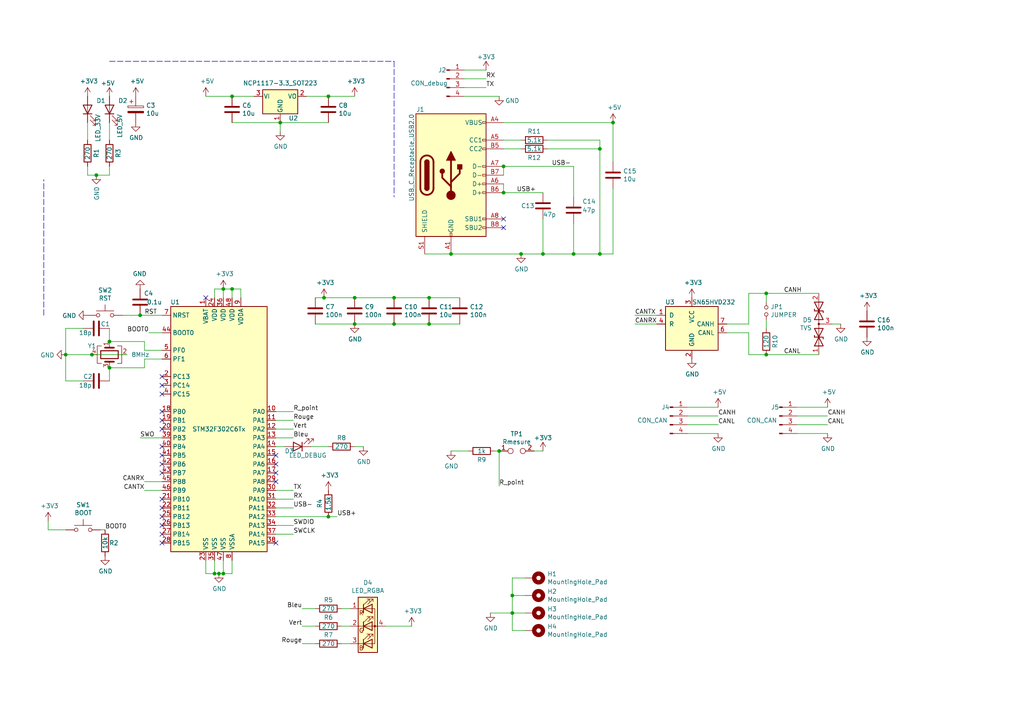
<source format=kicad_sch>
(kicad_sch (version 20211123) (generator eeschema)
  (paper "A4")
  (lib_symbols
    (symbol "Connector:Conn_01x04_Male" (pin_names (offset 1.016) hide)
      (property "Reference" "J" (at 0 5.08 0))
      (property "Value" "Conn_01x04_Male" (at 0 -7.62 0))
      (symbol "Conn_01x04_Male_1_1"
        (polyline (pts (xy 1.27 -5.08) (xy 0.8636 -5.08)) (stroke (width 0.1524)))
        (polyline (pts (xy 1.27 -2.54) (xy 0.8636 -2.54)) (stroke (width 0.1524)))
        (polyline (pts (xy 1.27 0) (xy 0.8636 0)) (stroke (width 0.1524)))
        (polyline (pts (xy 1.27 2.54) (xy 0.8636 2.54)) (stroke (width 0.1524)))
        (rectangle (start 0.8636 -4.953) (end 0 -5.207) (stroke (width 0.1524)) (fill (type outline)))
        (rectangle (start 0.8636 -2.413) (end 0 -2.667) (stroke (width 0.1524)) (fill (type outline)))
        (rectangle (start 0.8636 0.127) (end 0 -0.127) (stroke (width 0.1524)) (fill (type outline)))
        (rectangle (start 0.8636 2.667) (end 0 2.413) (stroke (width 0.1524)) (fill (type outline)))
        (pin passive line (at 5.08 2.54 180) (length 3.81) (name "Pin_1") (number "1"))
        (pin passive line (at 5.08 0 180) (length 3.81) (name "Pin_2") (number "2"))
        (pin passive line (at 5.08 -2.54 180) (length 3.81) (name "Pin_3") (number "3"))
        (pin passive line (at 5.08 -5.08 180) (length 3.81) (name "Pin_4") (number "4"))
      )
    )
    (symbol "Connector:TestPoint_2Pole" (pin_names (offset 0.762) hide)
      (property "Reference" "TP" (at 0 1.524 0))
      (property "Value" "TestPoint_2Pole" (at 0 -1.778 0))
      (symbol "TestPoint_2Pole_0_1"
        (circle (center -1.778 0) (radius 0.762))
        (circle (center 1.778 0) (radius 0.762))
        (pin passive line (at -5.08 0 0) (length 2.54) (name "1") (number "1"))
        (pin passive line (at 5.08 0 180) (length 2.54) (name "2") (number "2"))
      )
    )
    (symbol "Device:C" (pin_numbers hide) (pin_names (offset 0.254))
      (property "Reference" "C" (at 0.635 2.54 0))
      (property "Value" "C" (at 0.635 -2.54 0))
      (symbol "C_0_1"
        (polyline (pts (xy -2.032 -0.762) (xy 2.032 -0.762)) (stroke (width 0.508)))
        (polyline (pts (xy -2.032 0.762) (xy 2.032 0.762)) (stroke (width 0.508)))
      )
      (symbol "C_1_1"
        (pin passive line (at 0 3.81 270) (length 2.794) (name "~") (number "1"))
        (pin passive line (at 0 -3.81 90) (length 2.794) (name "~") (number "2"))
      )
    )
    (symbol "Device:CP" (pin_numbers hide) (pin_names (offset 0.254))
      (property "Reference" "C" (at 0.635 2.54 0))
      (property "Value" "Device_CP" (at 0.635 -2.54 0))
      (symbol "CP_0_1"
        (rectangle (start -2.286 0.508) (end 2.286 1.016))
        (polyline (pts (xy -1.778 2.286) (xy -0.762 2.286)))
        (polyline (pts (xy -1.27 2.794) (xy -1.27 1.778)))
        (rectangle (start 2.286 -0.508) (end -2.286 -1.016) (fill (type outline)))
      )
      (symbol "CP_1_1"
        (pin passive line (at 0 3.81 270) (length 2.794) (name "~") (number "1"))
        (pin passive line (at 0 -3.81 90) (length 2.794) (name "~") (number "2"))
      )
    )
    (symbol "Device:Crystal_GND24" (pin_names (offset 1.016) hide)
      (property "Reference" "Y" (at 3.175 5.08 0))
      (property "Value" "Crystal_GND24" (at 3.175 3.175 0))
      (symbol "Crystal_GND24_0_1"
        (rectangle (start -1.143 2.54) (end 1.143 -2.54) (stroke (width 0.3048)))
        (polyline (pts (xy -2.54 0) (xy -2.032 0)))
        (polyline (pts (xy -2.032 -1.27) (xy -2.032 1.27)) (stroke (width 0.508)))
        (polyline (pts (xy 0 -3.81) (xy 0 -3.556)))
        (polyline (pts (xy 0 3.556) (xy 0 3.81)))
        (polyline (pts (xy 2.032 -1.27) (xy 2.032 1.27)) (stroke (width 0.508)))
        (polyline (pts (xy 2.032 0) (xy 2.54 0)))
        (polyline (pts (xy -2.54 -2.286) (xy -2.54 -3.556) (xy 2.54 -3.556) (xy 2.54 -2.286)))
        (polyline (pts (xy -2.54 2.286) (xy -2.54 3.556) (xy 2.54 3.556) (xy 2.54 2.286)))
      )
      (symbol "Crystal_GND24_1_1"
        (pin passive line (at -3.81 0 0) (length 1.27) (name "1") (number "1"))
        (pin passive line (at 0 5.08 270) (length 1.27) (name "2") (number "2"))
        (pin passive line (at 3.81 0 180) (length 1.27) (name "3") (number "3"))
        (pin passive line (at 0 -5.08 90) (length 1.27) (name "4") (number "4"))
      )
    )
    (symbol "Device:D_TVS_x2_AAC" (pin_names (offset 1.016) hide)
      (property "Reference" "D" (at 0 4.445 0))
      (property "Value" "Device_D_TVS_x2_AAC" (at 0 2.54 0))
      (symbol "D_TVS_x2_AAC_0_0"
        (polyline (pts (xy 0 -1.27) (xy 0 0)))
      )
      (symbol "D_TVS_x2_AAC_0_1"
        (polyline (pts (xy -6.35 0) (xy 6.35 0)))
        (polyline (pts (xy -3.302 1.27) (xy -3.81 1.27) (xy -3.81 -1.27) (xy -4.318 -1.27)) (stroke (width 0.254)))
        (polyline (pts (xy 4.318 1.27) (xy 3.81 1.27) (xy 3.81 -1.27) (xy 3.302 -1.27)) (stroke (width 0.254)))
        (polyline (pts (xy -6.35 1.27) (xy -1.27 -1.27) (xy -1.27 1.27) (xy -6.35 -1.27) (xy -6.35 1.27)) (stroke (width 0.254)))
        (polyline (pts (xy 6.35 1.27) (xy 1.27 -1.27) (xy 1.27 1.27) (xy 6.35 -1.27) (xy 6.35 1.27)) (stroke (width 0.254)))
        (circle (center 0 0) (radius 0.254) (fill (type outline)))
      )
      (symbol "D_TVS_x2_AAC_1_1"
        (pin passive line (at -8.89 0 0) (length 2.54) (name "A1") (number "1"))
        (pin passive line (at 8.89 0 180) (length 2.54) (name "A2") (number "2"))
        (pin input line (at 0 -3.81 90) (length 2.54) (name "common") (number "3"))
      )
    )
    (symbol "Device:Jumper_NO_Small" (pin_numbers hide) (pin_names (offset 0.762) hide)
      (property "Reference" "JP" (at 0 2.032 0))
      (property "Value" "Device_Jumper_NO_Small" (at 0.254 -1.524 0))
      (symbol "Jumper_NO_Small_0_1"
        (circle (center -1.016 0) (radius 0.508))
        (circle (center 1.016 0) (radius 0.508))
        (pin passive line (at -2.54 0 0) (length 1.016) (name "1") (number "1"))
        (pin passive line (at 2.54 0 180) (length 1.016) (name "2") (number "2"))
      )
    )
    (symbol "Device:LED" (pin_numbers hide) (pin_names (offset 1.016) hide)
      (property "Reference" "D" (at 0 2.54 0))
      (property "Value" "LED" (at 0 -2.54 0))
      (symbol "LED_0_1"
        (polyline (pts (xy -1.27 -1.27) (xy -1.27 1.27)) (stroke (width 0.254)))
        (polyline (pts (xy -1.27 0) (xy 1.27 0)))
        (polyline (pts (xy 1.27 -1.27) (xy 1.27 1.27) (xy -1.27 0) (xy 1.27 -1.27)) (stroke (width 0.254)))
        (polyline (pts (xy -3.048 -0.762) (xy -4.572 -2.286) (xy -3.81 -2.286) (xy -4.572 -2.286) (xy -4.572 -1.524)))
        (polyline (pts (xy -1.778 -0.762) (xy -3.302 -2.286) (xy -2.54 -2.286) (xy -3.302 -2.286) (xy -3.302 -1.524)))
      )
      (symbol "LED_1_1"
        (pin passive line (at -3.81 0 0) (length 2.54) (name "K") (number "1"))
        (pin passive line (at 3.81 0 180) (length 2.54) (name "A") (number "2"))
      )
    )
    (symbol "Device:LED_RGBA" (pin_names (offset 0) hide)
      (property "Reference" "D" (at 0 9.398 0))
      (property "Value" "LED_RGBA" (at 0 -8.89 0))
      (symbol "LED_RGBA_0_0"
        (text "B" (at -1.905 -6.35 0) (effects (font (size 1.27 1.27))))
        (text "G" (at -1.905 -1.27 0) (effects (font (size 1.27 1.27))))
        (text "R" (at -1.905 3.81 0) (effects (font (size 1.27 1.27))))
      )
      (symbol "LED_RGBA_0_1"
        (polyline (pts (xy -1.27 -5.08) (xy -2.54 -5.08)))
        (polyline (pts (xy -1.27 -5.08) (xy 1.27 -5.08)))
        (polyline (pts (xy -1.27 -3.81) (xy -1.27 -6.35)) (stroke (width 0.254)))
        (polyline (pts (xy -1.27 0) (xy -2.54 0)))
        (polyline (pts (xy -1.27 1.27) (xy -1.27 -1.27)) (stroke (width 0.254)))
        (polyline (pts (xy -1.27 5.08) (xy -2.54 5.08)))
        (polyline (pts (xy -1.27 5.08) (xy 1.27 5.08)))
        (polyline (pts (xy -1.27 6.35) (xy -1.27 3.81)) (stroke (width 0.254)))
        (polyline (pts (xy 1.27 0) (xy -1.27 0)))
        (polyline (pts (xy 1.27 0) (xy 2.54 0)))
        (polyline (pts (xy -1.27 1.27) (xy -1.27 -1.27) (xy -1.27 -1.27)))
        (polyline (pts (xy -1.27 6.35) (xy -1.27 3.81) (xy -1.27 3.81)))
        (polyline (pts (xy 1.27 -5.08) (xy 2.032 -5.08) (xy 2.032 5.08) (xy 1.27 5.08)))
        (polyline (pts (xy 1.27 -3.81) (xy 1.27 -6.35) (xy -1.27 -5.08) (xy 1.27 -3.81)) (stroke (width 0.254)))
        (polyline (pts (xy 1.27 1.27) (xy 1.27 -1.27) (xy -1.27 0) (xy 1.27 1.27)) (stroke (width 0.254)))
        (polyline (pts (xy 1.27 6.35) (xy 1.27 3.81) (xy -1.27 5.08) (xy 1.27 6.35)) (stroke (width 0.254)))
        (polyline (pts (xy -1.016 -3.81) (xy 0.508 -2.286) (xy -0.254 -2.286) (xy 0.508 -2.286) (xy 0.508 -3.048)))
        (polyline (pts (xy -1.016 1.27) (xy 0.508 2.794) (xy -0.254 2.794) (xy 0.508 2.794) (xy 0.508 2.032)))
        (polyline (pts (xy -1.016 6.35) (xy 0.508 7.874) (xy -0.254 7.874) (xy 0.508 7.874) (xy 0.508 7.112)))
        (polyline (pts (xy 0 -3.81) (xy 1.524 -2.286) (xy 0.762 -2.286) (xy 1.524 -2.286) (xy 1.524 -3.048)))
        (polyline (pts (xy 0 1.27) (xy 1.524 2.794) (xy 0.762 2.794) (xy 1.524 2.794) (xy 1.524 2.032)))
        (polyline (pts (xy 0 6.35) (xy 1.524 7.874) (xy 0.762 7.874) (xy 1.524 7.874) (xy 1.524 7.112)))
        (rectangle (start 1.27 -1.27) (end 1.27 1.27))
        (rectangle (start 1.27 1.27) (end 1.27 1.27))
        (rectangle (start 1.27 3.81) (end 1.27 6.35))
        (rectangle (start 1.27 6.35) (end 1.27 6.35))
        (circle (center 2.032 0) (radius 0.254) (fill (type outline)))
        (rectangle (start 2.794 8.382) (end -2.794 -7.62) (stroke (width 0.254)) (fill (type background)))
      )
      (symbol "LED_RGBA_1_1"
        (pin passive line (at -5.08 5.08 0) (length 2.54) (name "RK") (number "1"))
        (pin passive line (at -5.08 0 0) (length 2.54) (name "GK") (number "2"))
        (pin passive line (at -5.08 -5.08 0) (length 2.54) (name "BK") (number "3"))
        (pin passive line (at 5.08 0 180) (length 2.54) (name "A") (number "4"))
      )
    )
    (symbol "Device:R" (pin_numbers hide) (pin_names (offset 0))
      (property "Reference" "R" (at 2.032 0 90))
      (property "Value" "R" (at 0 0 90))
      (symbol "R_0_1"
        (rectangle (start -1.016 -2.54) (end 1.016 2.54) (stroke (width 0.254)))
      )
      (symbol "R_1_1"
        (pin passive line (at 0 3.81 270) (length 1.27) (name "~") (number "1"))
        (pin passive line (at 0 -3.81 90) (length 1.27) (name "~") (number "2"))
      )
    )
    (symbol "Interface_CAN_LIN:SN65HVD232" (pin_names (offset 1.016))
      (property "Reference" "U" (at -2.54 10.16 0))
      (property "Value" "SN65HVD232" (at -2.54 7.62 0))
      (symbol "SN65HVD232_0_1"
        (rectangle (start -7.62 5.08) (end 7.62 -7.62) (stroke (width 0.254)) (fill (type background)))
      )
      (symbol "SN65HVD232_1_1"
        (pin input line (at -10.16 2.54 0) (length 2.54) (name "D") (number "1"))
        (pin power_in line (at 0 -10.16 90) (length 2.54) (name "GND") (number "2"))
        (pin power_in line (at 0 7.62 270) (length 2.54) (name "VCC") (number "3"))
        (pin output line (at -10.16 0 0) (length 2.54) (name "R") (number "4"))
        (pin no_connect line (at -10.16 -2.54 0) (length 2.54) hide (name "NC") (number "5"))
        (pin bidirectional line (at 10.16 -2.54 180) (length 2.54) (name "CANL") (number "6"))
        (pin bidirectional line (at 10.16 0 180) (length 2.54) (name "CANH") (number "7"))
        (pin no_connect line (at -10.16 -5.08 0) (length 2.54) hide (name "NC") (number "8"))
      )
    )
    (symbol "MCU_ST_STM32F3:STM32F302C6Tx"
      (property "Reference" "U" (at -15.24 36.83 0))
      (property "Value" "STM32F302C6Tx" (at 7.62 36.83 0))
      (symbol "STM32F302C6Tx_0_1"
        (rectangle (start -15.24 -35.56) (end 12.7 35.56) (stroke (width 0.254)) (fill (type background)))
      )
      (symbol "STM32F302C6Tx_1_1"
        (pin power_in line (at -5.08 38.1 270) (length 2.54) (name "VBAT") (number "1"))
        (pin bidirectional line (at 15.24 5.08 180) (length 2.54) (name "PA0") (number "10"))
        (pin bidirectional line (at 15.24 2.54 180) (length 2.54) (name "PA1") (number "11"))
        (pin bidirectional line (at 15.24 0 180) (length 2.54) (name "PA2") (number "12"))
        (pin bidirectional line (at 15.24 -2.54 180) (length 2.54) (name "PA3") (number "13"))
        (pin bidirectional line (at 15.24 -5.08 180) (length 2.54) (name "PA4") (number "14"))
        (pin bidirectional line (at 15.24 -7.62 180) (length 2.54) (name "PA5") (number "15"))
        (pin bidirectional line (at 15.24 -10.16 180) (length 2.54) (name "PA6") (number "16"))
        (pin bidirectional line (at 15.24 -12.7 180) (length 2.54) (name "PA7") (number "17"))
        (pin bidirectional line (at -17.78 5.08 0) (length 2.54) (name "PB0") (number "18"))
        (pin bidirectional line (at -17.78 2.54 0) (length 2.54) (name "PB1") (number "19"))
        (pin bidirectional line (at -17.78 15.24 0) (length 2.54) (name "PC13") (number "2"))
        (pin bidirectional line (at -17.78 0 0) (length 2.54) (name "PB2") (number "20"))
        (pin bidirectional line (at -17.78 -20.32 0) (length 2.54) (name "PB10") (number "21"))
        (pin bidirectional line (at -17.78 -22.86 0) (length 2.54) (name "PB11") (number "22"))
        (pin power_in line (at -5.08 -38.1 90) (length 2.54) (name "VSS") (number "23"))
        (pin power_in line (at -2.54 38.1 270) (length 2.54) (name "VDD") (number "24"))
        (pin bidirectional line (at -17.78 -25.4 0) (length 2.54) (name "PB12") (number "25"))
        (pin bidirectional line (at -17.78 -27.94 0) (length 2.54) (name "PB13") (number "26"))
        (pin bidirectional line (at -17.78 -30.48 0) (length 2.54) (name "PB14") (number "27"))
        (pin bidirectional line (at -17.78 -33.02 0) (length 2.54) (name "PB15") (number "28"))
        (pin bidirectional line (at 15.24 -15.24 180) (length 2.54) (name "PA8") (number "29"))
        (pin bidirectional line (at -17.78 12.7 0) (length 2.54) (name "PC14") (number "3"))
        (pin bidirectional line (at 15.24 -17.78 180) (length 2.54) (name "PA9") (number "30"))
        (pin bidirectional line (at 15.24 -20.32 180) (length 2.54) (name "PA10") (number "31"))
        (pin bidirectional line (at 15.24 -22.86 180) (length 2.54) (name "PA11") (number "32"))
        (pin bidirectional line (at 15.24 -25.4 180) (length 2.54) (name "PA12") (number "33"))
        (pin bidirectional line (at 15.24 -27.94 180) (length 2.54) (name "PA13") (number "34"))
        (pin power_in line (at -2.54 -38.1 90) (length 2.54) (name "VSS") (number "35"))
        (pin power_in line (at 0 38.1 270) (length 2.54) (name "VDD") (number "36"))
        (pin bidirectional line (at 15.24 -30.48 180) (length 2.54) (name "PA14") (number "37"))
        (pin bidirectional line (at 15.24 -33.02 180) (length 2.54) (name "PA15") (number "38"))
        (pin bidirectional line (at -17.78 -2.54 0) (length 2.54) (name "PB3") (number "39"))
        (pin bidirectional line (at -17.78 10.16 0) (length 2.54) (name "PC15") (number "4"))
        (pin bidirectional line (at -17.78 -5.08 0) (length 2.54) (name "PB4") (number "40"))
        (pin bidirectional line (at -17.78 -7.62 0) (length 2.54) (name "PB5") (number "41"))
        (pin bidirectional line (at -17.78 -10.16 0) (length 2.54) (name "PB6") (number "42"))
        (pin bidirectional line (at -17.78 -12.7 0) (length 2.54) (name "PB7") (number "43"))
        (pin input line (at -17.78 27.94 0) (length 2.54) (name "BOOT0") (number "44"))
        (pin bidirectional line (at -17.78 -15.24 0) (length 2.54) (name "PB8") (number "45"))
        (pin bidirectional line (at -17.78 -17.78 0) (length 2.54) (name "PB9") (number "46"))
        (pin power_in line (at 0 -38.1 90) (length 2.54) (name "VSS") (number "47"))
        (pin power_in line (at 2.54 38.1 270) (length 2.54) (name "VDD") (number "48"))
        (pin input line (at -17.78 22.86 0) (length 2.54) (name "PF0") (number "5"))
        (pin input line (at -17.78 20.32 0) (length 2.54) (name "PF1") (number "6"))
        (pin input line (at -17.78 33.02 0) (length 2.54) (name "NRST") (number "7"))
        (pin power_in line (at 2.54 -38.1 90) (length 2.54) (name "VSSA") (number "8"))
        (pin power_in line (at 5.08 38.1 270) (length 2.54) (name "VDDA") (number "9"))
      )
    )
    (symbol "Mechanical:MountingHole_Pad" (pin_numbers hide) (pin_names (offset 1.016) hide)
      (property "Reference" "H" (at 0 6.35 0))
      (property "Value" "MountingHole_Pad" (at 0 4.445 0))
      (symbol "MountingHole_Pad_0_1"
        (circle (center 0 1.27) (radius 1.27) (stroke (width 1.27)))
      )
      (symbol "MountingHole_Pad_1_1"
        (pin input line (at 0 -2.54 90) (length 2.54) (name "1") (number "1"))
      )
    )
    (symbol "Regulator_Linear:NCP1117-3.3_SOT223" (pin_names (offset 0.254))
      (property "Reference" "U" (at -3.81 3.175 0))
      (property "Value" "NCP1117-3.3_SOT223" (at 0 3.175 0))
      (symbol "NCP1117-3.3_SOT223_0_1"
        (rectangle (start -5.08 -5.08) (end 5.08 1.905) (stroke (width 0.254)) (fill (type background)))
      )
      (symbol "NCP1117-3.3_SOT223_1_1"
        (pin power_in line (at 0 -7.62 90) (length 2.54) (name "GND") (number "1"))
        (pin power_out line (at 7.62 0 180) (length 2.54) (name "VO") (number "2"))
        (pin power_in line (at -7.62 0 0) (length 2.54) (name "VI") (number "3"))
      )
    )
    (symbol "Rmeasure_V1_Board-rescue:USB_C_Receptacle_USB2.0-Connector" (pin_names (offset 1.016))
      (property "Reference" "J" (at -10.16 19.05 0))
      (property "Value" "USB_C_Receptacle_USB2.0-Connector" (at 19.05 19.05 0))
      (symbol "USB_C_Receptacle_USB2.0-Connector_0_0"
        (rectangle (start -0.254 -17.78) (end 0.254 -16.764))
        (rectangle (start 10.16 -14.986) (end 9.144 -15.494))
        (rectangle (start 10.16 -12.446) (end 9.144 -12.954))
        (rectangle (start 10.16 -4.826) (end 9.144 -5.334))
        (rectangle (start 10.16 -2.286) (end 9.144 -2.794))
        (rectangle (start 10.16 0.254) (end 9.144 -0.254))
        (rectangle (start 10.16 2.794) (end 9.144 2.286))
        (rectangle (start 10.16 7.874) (end 9.144 7.366))
        (rectangle (start 10.16 10.414) (end 9.144 9.906))
        (rectangle (start 10.16 15.494) (end 9.144 14.986))
      )
      (symbol "USB_C_Receptacle_USB2.0-Connector_0_1"
        (rectangle (start -10.16 17.78) (end 10.16 -17.78) (stroke (width 0.254)) (fill (type background)))
        (arc (start -8.89 -3.81) (mid -6.985 -5.715) (end -5.08 -3.81) (stroke (width 0.508)))
        (arc (start -7.62 -3.81) (mid -6.985 -4.445) (end -6.35 -3.81) (stroke (width 0.254)))
        (arc (start -7.62 -3.81) (mid -6.985 -4.445) (end -6.35 -3.81) (stroke (width 0.254)) (fill (type outline)))
        (rectangle (start -7.62 -3.81) (end -6.35 3.81) (stroke (width 0.254)) (fill (type outline)))
        (arc (start -6.35 3.81) (mid -6.985 4.445) (end -7.62 3.81) (stroke (width 0.254)))
        (arc (start -6.35 3.81) (mid -6.985 4.445) (end -7.62 3.81) (stroke (width 0.254)) (fill (type outline)))
        (arc (start -5.08 3.81) (mid -6.985 5.715) (end -8.89 3.81) (stroke (width 0.508)))
        (circle (center -2.54 1.143) (radius 0.635) (stroke (width 0.254)) (fill (type outline)))
        (circle (center 0 -5.842) (radius 1.27) (fill (type outline)))
        (polyline (pts (xy -8.89 -3.81) (xy -8.89 3.81)) (stroke (width 0.508)))
        (polyline (pts (xy -5.08 3.81) (xy -5.08 -3.81)) (stroke (width 0.508)))
        (polyline (pts (xy 0 -5.842) (xy 0 4.318)) (stroke (width 0.508)))
        (polyline (pts (xy 0 -3.302) (xy -2.54 -0.762) (xy -2.54 0.508)) (stroke (width 0.508)))
        (polyline (pts (xy 0 -2.032) (xy 2.54 0.508) (xy 2.54 1.778)) (stroke (width 0.508)))
        (polyline (pts (xy -1.27 4.318) (xy 0 6.858) (xy 1.27 4.318) (xy -1.27 4.318)) (stroke (width 0.254)) (fill (type outline)))
        (rectangle (start 1.905 1.778) (end 3.175 3.048) (stroke (width 0.254)) (fill (type outline)))
      )
      (symbol "USB_C_Receptacle_USB2.0-Connector_1_1"
        (pin passive line (at 0 -22.86 90) (length 5.08) (name "GND") (number "A1"))
        (pin passive line (at 0 -22.86 90) (length 5.08) hide (name "GND") (number "A12"))
        (pin passive line (at 15.24 15.24 180) (length 5.08) (name "VBUS") (number "A4"))
        (pin bidirectional line (at 15.24 10.16 180) (length 5.08) (name "CC1") (number "A5"))
        (pin bidirectional line (at 15.24 -2.54 180) (length 5.08) (name "D+") (number "A6"))
        (pin bidirectional line (at 15.24 2.54 180) (length 5.08) (name "D-") (number "A7"))
        (pin bidirectional line (at 15.24 -12.7 180) (length 5.08) (name "SBU1") (number "A8"))
        (pin passive line (at 15.24 15.24 180) (length 5.08) hide (name "VBUS") (number "A9"))
        (pin passive line (at 0 -22.86 90) (length 5.08) hide (name "GND") (number "B1"))
        (pin passive line (at 0 -22.86 90) (length 5.08) hide (name "GND") (number "B12"))
        (pin passive line (at 15.24 15.24 180) (length 5.08) hide (name "VBUS") (number "B4"))
        (pin bidirectional line (at 15.24 7.62 180) (length 5.08) (name "CC2") (number "B5"))
        (pin bidirectional line (at 15.24 -5.08 180) (length 5.08) (name "D+") (number "B6"))
        (pin bidirectional line (at 15.24 0 180) (length 5.08) (name "D-") (number "B7"))
        (pin bidirectional line (at 15.24 -15.24 180) (length 5.08) (name "SBU2") (number "B8"))
        (pin passive line (at 15.24 15.24 180) (length 5.08) hide (name "VBUS") (number "B9"))
        (pin passive line (at -7.62 -22.86 90) (length 5.08) (name "SHIELD") (number "S1"))
      )
    )
    (symbol "Switch:SW_Push" (pin_numbers hide) (pin_names (offset 1.016) hide)
      (property "Reference" "SW" (at 1.27 2.54 0))
      (property "Value" "SW_Push" (at 0 -1.524 0))
      (symbol "SW_Push_0_1"
        (circle (center -2.032 0) (radius 0.508))
        (polyline (pts (xy 0 1.27) (xy 0 3.048)))
        (polyline (pts (xy 2.54 1.27) (xy -2.54 1.27)))
        (circle (center 2.032 0) (radius 0.508))
        (pin passive line (at -5.08 0 0) (length 2.54) (name "1") (number "1"))
        (pin passive line (at 5.08 0 180) (length 2.54) (name "2") (number "2"))
      )
    )
    (symbol "power:+3.3V" (power) (pin_names (offset 0))
      (property "Value" "+3.3V" (at 0 3.556 0))
      (symbol "+3.3V_0_1"
        (polyline (pts (xy -0.762 1.27) (xy 0 2.54)))
        (polyline (pts (xy 0 0) (xy 0 2.54)))
        (polyline (pts (xy 0 2.54) (xy 0.762 1.27)))
      )
      (symbol "+3.3V_1_1"
        (pin power_in line (at 0 0 90) (length 0) hide (name "+3V3") (number "1"))
      )
    )
    (symbol "power:+5V" (power) (pin_names (offset 0))
      (property "Value" "+5V" (at 0 3.556 0))
      (symbol "+5V_0_1"
        (polyline (pts (xy -0.762 1.27) (xy 0 2.54)))
        (polyline (pts (xy 0 0) (xy 0 2.54)))
        (polyline (pts (xy 0 2.54) (xy 0.762 1.27)))
      )
      (symbol "+5V_1_1"
        (pin power_in line (at 0 0 90) (length 0) hide (name "+5V") (number "1"))
      )
    )
    (symbol "power:GND" (power) (pin_names (offset 0))
      (property "Value" "GND" (at 0 -3.81 0))
      (symbol "GND_0_1"
        (polyline (pts (xy 0 0) (xy 0 -1.27) (xy 1.27 -1.27) (xy 0 -2.54) (xy -1.27 -1.27) (xy 0 -1.27)))
      )
      (symbol "GND_1_1"
        (pin power_in line (at 0 0 270) (length 0) hide (name "GND") (number "1"))
      )
    )
  )
  (junction (at 148.59 172.72))
  (junction (at 62.23 166.37))
  (junction (at 63.5 166.37))
  (junction (at 124.46 86.36))
  (junction (at 95.25 149.86))
  (junction (at 173.99 43.18))
  (junction (at 31.75 99.06))
  (junction (at 222.25 102.87))
  (junction (at 26.67 102.87))
  (junction (at 95.25 27.94))
  (junction (at 144.78 130.81))
  (junction (at 102.87 86.36))
  (junction (at 27.94 50.8))
  (junction (at 19.05 102.87))
  (junction (at 130.81 73.66))
  (junction (at 64.77 83.82))
  (junction (at 177.8 35.56))
  (junction (at 166.37 73.66))
  (junction (at 114.3 93.98))
  (junction (at 114.3 86.36))
  (junction (at 173.99 73.66))
  (junction (at 146.05 48.26))
  (junction (at 40.64 91.44))
  (junction (at 64.77 166.37))
  (junction (at 67.31 83.82))
  (junction (at 31.75 106.68))
  (junction (at 81.28 35.56))
  (junction (at 102.87 93.98))
  (junction (at 222.25 85.09))
  (junction (at 67.31 27.94))
  (junction (at 93.98 86.36))
  (junction (at 157.48 73.66))
  (junction (at 146.05 55.88))
  (junction (at 148.59 177.8))
  (junction (at 124.46 93.98))
  (junction (at 151.13 73.66))
  (no_connect (at 59.69 86.36))
  (no_connect (at 46.99 124.46))
  (no_connect (at 46.99 109.22))
  (no_connect (at 146.05 66.04))
  (no_connect (at 46.99 111.76))
  (no_connect (at 46.99 119.38))
  (no_connect (at 146.05 63.5))
  (no_connect (at 46.99 154.94))
  (no_connect (at 46.99 147.32))
  (no_connect (at 46.99 157.48))
  (no_connect (at 46.99 129.54))
  (no_connect (at 80.01 137.16))
  (no_connect (at 46.99 144.78))
  (no_connect (at 46.99 152.4))
  (no_connect (at 46.99 114.3))
  (no_connect (at 80.01 139.7))
  (no_connect (at 80.01 157.48))
  (no_connect (at 46.99 149.86))
  (no_connect (at 46.99 121.92))
  (no_connect (at 46.99 132.08))
  (no_connect (at 46.99 134.62))
  (no_connect (at 80.01 132.08))
  (no_connect (at 80.01 134.62))
  (no_connect (at 46.99 137.16))
  (wire (pts (xy 67.31 27.94) (xy 73.66 27.94)))
  (wire (pts (xy 148.59 172.72) (xy 148.59 177.8)))
  (wire (pts (xy 134.62 22.86) (xy 140.97 22.86)))
  (wire (pts (xy 199.39 125.73) (xy 208.28 125.73)))
  (wire (pts (xy 217.17 102.87) (xy 222.25 102.87)))
  (wire (pts (xy 146.05 43.18) (xy 151.13 43.18)))
  (wire (pts (xy 173.99 43.18) (xy 173.99 73.66)))
  (wire (pts (xy 36.83 102.87) (xy 26.67 102.87)))
  (wire (pts (xy 146.05 48.26) (xy 166.37 48.26)))
  (wire (pts (xy 64.77 166.37) (xy 67.31 166.37)))
  (wire (pts (xy 41.91 104.14) (xy 46.99 104.14)))
  (wire (pts (xy 80.01 144.78) (xy 85.09 144.78)))
  (wire (pts (xy 25.4 50.8) (xy 27.94 50.8)))
  (wire (pts (xy 114.3 93.98) (xy 102.87 93.98)))
  (wire (pts (xy 25.4 48.26) (xy 25.4 50.8)))
  (wire (pts (xy 102.87 86.36) (xy 114.3 86.36)))
  (wire (pts (xy 114.3 86.36) (xy 124.46 86.36)))
  (wire (pts (xy 166.37 73.66) (xy 173.99 73.66)))
  (wire (pts (xy 152.4 167.64) (xy 148.59 167.64)))
  (wire (pts (xy 80.01 121.92) (xy 85.09 121.92)))
  (wire (pts (xy 102.87 129.54) (xy 105.41 129.54)))
  (wire (pts (xy 29.21 153.67) (xy 30.48 153.67)))
  (wire (pts (xy 124.46 86.36) (xy 133.35 86.36)))
  (wire (pts (xy 64.77 86.36) (xy 64.77 83.82)))
  (wire (pts (xy 81.28 35.56) (xy 67.31 35.56)))
  (wire (pts (xy 146.05 50.8) (xy 146.05 48.26)))
  (wire (pts (xy 134.62 27.94) (xy 144.78 27.94)))
  (wire (pts (xy 41.91 101.6) (xy 41.91 99.06)))
  (wire (pts (xy 231.14 120.65) (xy 240.03 120.65)))
  (wire (pts (xy 124.46 93.98) (xy 133.35 93.98)))
  (wire (pts (xy 62.23 166.37) (xy 63.5 166.37)))
  (wire (pts (xy 59.69 166.37) (xy 62.23 166.37)))
  (wire (pts (xy 80.01 154.94) (xy 85.09 154.94)))
  (wire (pts (xy 157.48 63.5) (xy 157.48 73.66)))
  (wire (pts (xy 111.76 181.61) (xy 119.38 181.61)))
  (wire (pts (xy 151.13 73.66) (xy 157.48 73.66)))
  (wire (pts (xy 143.51 130.81) (xy 144.78 130.81)))
  (wire (pts (xy 19.05 153.67) (xy 13.97 153.67)))
  (wire (pts (xy 148.59 177.8) (xy 148.59 182.88)))
  (wire (pts (xy 134.62 20.32) (xy 140.97 20.32)))
  (wire (pts (xy 144.78 130.81) (xy 144.78 140.97)))
  (wire (pts (xy 148.59 182.88) (xy 152.4 182.88)))
  (wire (pts (xy 210.82 96.52) (xy 217.17 96.52)))
  (wire (pts (xy 222.25 92.71) (xy 222.25 95.25)))
  (wire (pts (xy 241.3 93.98) (xy 243.84 93.98)))
  (wire (pts (xy 217.17 93.98) (xy 217.17 85.09)))
  (wire (pts (xy 157.48 73.66) (xy 166.37 73.66)))
  (wire (pts (xy 190.5 93.98) (xy 184.15 93.98)))
  (wire (pts (xy 95.25 27.94) (xy 102.87 27.94)))
  (wire (pts (xy 59.69 162.56) (xy 59.69 166.37)))
  (wire (pts (xy 62.23 83.82) (xy 64.77 83.82)))
  (wire (pts (xy 80.01 152.4) (xy 85.09 152.4)))
  (wire (pts (xy 222.25 85.09) (xy 237.49 85.09)))
  (wire (pts (xy 35.56 91.44) (xy 40.64 91.44)))
  (wire (pts (xy 46.99 101.6) (xy 41.91 101.6)))
  (wire (pts (xy 231.14 118.11) (xy 240.03 118.11)))
  (wire (pts (xy 95.25 149.86) (xy 97.79 149.86)))
  (wire (pts (xy 62.23 162.56) (xy 62.23 166.37)))
  (wire (pts (xy 27.94 50.8) (xy 31.75 50.8)))
  (wire (pts (xy 69.85 83.82) (xy 69.85 86.36)))
  (polyline (pts (xy 114.3 17.78) (xy 114.3 57.15)))
  (wire (pts (xy 99.06 186.69) (xy 101.6 186.69)))
  (wire (pts (xy 146.05 53.34) (xy 146.05 55.88)))
  (wire (pts (xy 199.39 118.11) (xy 208.28 118.11)))
  (wire (pts (xy 152.4 177.8) (xy 148.59 177.8)))
  (wire (pts (xy 19.05 110.49) (xy 24.13 110.49)))
  (wire (pts (xy 90.17 129.54) (xy 95.25 129.54)))
  (wire (pts (xy 91.44 186.69) (xy 87.63 186.69)))
  (wire (pts (xy 123.19 73.66) (xy 130.81 73.66)))
  (wire (pts (xy 130.81 130.81) (xy 135.89 130.81)))
  (wire (pts (xy 217.17 85.09) (xy 222.25 85.09)))
  (wire (pts (xy 67.31 166.37) (xy 67.31 162.56)))
  (wire (pts (xy 217.17 96.52) (xy 217.17 102.87)))
  (wire (pts (xy 31.75 106.68) (xy 41.91 106.68)))
  (wire (pts (xy 222.25 87.63) (xy 222.25 85.09)))
  (wire (pts (xy 80.01 147.32) (xy 85.09 147.32)))
  (wire (pts (xy 40.64 91.44) (xy 46.99 91.44)))
  (wire (pts (xy 166.37 48.26) (xy 166.37 57.15)))
  (wire (pts (xy 31.75 110.49) (xy 31.75 106.68)))
  (wire (pts (xy 91.44 86.36) (xy 93.98 86.36)))
  (wire (pts (xy 13.97 153.67) (xy 13.97 151.13)))
  (wire (pts (xy 46.99 139.7) (xy 41.91 139.7)))
  (polyline (pts (xy 12.7 91.44) (xy 12.7 52.07)))
  (wire (pts (xy 99.06 181.61) (xy 101.6 181.61)))
  (wire (pts (xy 91.44 93.98) (xy 102.87 93.98)))
  (wire (pts (xy 41.91 99.06) (xy 31.75 99.06)))
  (wire (pts (xy 148.59 167.64) (xy 148.59 172.72)))
  (wire (pts (xy 31.75 35.56) (xy 31.75 40.64)))
  (wire (pts (xy 99.06 176.53) (xy 101.6 176.53)))
  (wire (pts (xy 130.81 73.66) (xy 151.13 73.66)))
  (wire (pts (xy 25.4 35.56) (xy 25.4 40.64)))
  (wire (pts (xy 222.25 102.87) (xy 237.49 102.87)))
  (wire (pts (xy 93.98 86.36) (xy 102.87 86.36)))
  (wire (pts (xy 64.77 83.82) (xy 67.31 83.82)))
  (wire (pts (xy 31.75 50.8) (xy 31.75 48.26)))
  (wire (pts (xy 62.23 86.36) (xy 62.23 83.82)))
  (wire (pts (xy 148.59 177.8) (xy 142.24 177.8)))
  (wire (pts (xy 63.5 166.37) (xy 64.77 166.37)))
  (wire (pts (xy 64.77 162.56) (xy 64.77 166.37)))
  (wire (pts (xy 19.05 102.87) (xy 19.05 110.49)))
  (wire (pts (xy 88.9 27.94) (xy 95.25 27.94)))
  (wire (pts (xy 173.99 40.64) (xy 173.99 43.18)))
  (wire (pts (xy 199.39 123.19) (xy 208.28 123.19)))
  (wire (pts (xy 158.75 40.64) (xy 173.99 40.64)))
  (wire (pts (xy 46.99 142.24) (xy 41.91 142.24)))
  (wire (pts (xy 19.05 95.25) (xy 19.05 102.87)))
  (wire (pts (xy 80.01 129.54) (xy 82.55 129.54)))
  (wire (pts (xy 41.91 106.68) (xy 41.91 104.14)))
  (wire (pts (xy 59.69 27.94) (xy 67.31 27.94)))
  (wire (pts (xy 80.01 127) (xy 85.09 127)))
  (wire (pts (xy 91.44 181.61) (xy 87.63 181.61)))
  (wire (pts (xy 146.05 35.56) (xy 177.8 35.56)))
  (wire (pts (xy 152.4 172.72) (xy 148.59 172.72)))
  (wire (pts (xy 26.67 102.87) (xy 19.05 102.87)))
  (wire (pts (xy 67.31 83.82) (xy 67.31 86.36)))
  (wire (pts (xy 166.37 64.77) (xy 166.37 73.66)))
  (wire (pts (xy 177.8 35.56) (xy 177.8 46.99)))
  (wire (pts (xy 231.14 125.73) (xy 240.03 125.73)))
  (wire (pts (xy 146.05 55.88) (xy 157.48 55.88)))
  (wire (pts (xy 80.01 142.24) (xy 85.09 142.24)))
  (wire (pts (xy 231.14 123.19) (xy 240.03 123.19)))
  (wire (pts (xy 46.99 96.52) (xy 43.18 96.52)))
  (wire (pts (xy 80.01 119.38) (xy 85.09 119.38)))
  (wire (pts (xy 67.31 83.82) (xy 69.85 83.82)))
  (wire (pts (xy 190.5 91.44) (xy 184.15 91.44)))
  (wire (pts (xy 81.28 35.56) (xy 81.28 38.1)))
  (wire (pts (xy 158.75 43.18) (xy 173.99 43.18)))
  (wire (pts (xy 177.8 73.66) (xy 177.8 54.61)))
  (wire (pts (xy 199.39 120.65) (xy 208.28 120.65)))
  (wire (pts (xy 134.62 25.4) (xy 140.97 25.4)))
  (wire (pts (xy 173.99 73.66) (xy 177.8 73.66)))
  (polyline (pts (xy 31.75 17.78) (xy 114.3 17.78)))
  (wire (pts (xy 95.25 35.56) (xy 81.28 35.56)))
  (wire (pts (xy 46.99 127) (xy 40.64 127)))
  (wire (pts (xy 114.3 93.98) (xy 124.46 93.98)))
  (wire (pts (xy 210.82 93.98) (xy 217.17 93.98)))
  (wire (pts (xy 146.05 40.64) (xy 151.13 40.64)))
  (wire (pts (xy 80.01 149.86) (xy 95.25 149.86)))
  (wire (pts (xy 80.01 124.46) (xy 85.09 124.46)))
  (wire (pts (xy 31.75 95.25) (xy 31.75 99.06)))
  (wire (pts (xy 87.63 176.53) (xy 91.44 176.53)))
  (wire (pts (xy 154.94 130.81) (xy 157.48 130.81)))
  (wire (pts (xy 24.13 95.25) (xy 19.05 95.25)))
  (label "R_point" (at 85.09 119.38 0))
  (label "CANTX" (at 184.15 91.44 0))
  (label "CANTX" (at 41.91 142.24 180))
  (label "CANH" (at 227.33 85.09 0))
  (label "TX" (at 85.09 142.24 0))
  (label "RX" (at 85.09 144.78 0))
  (label "Vert" (at 87.63 181.61 180))
  (label "RX" (at 140.97 22.86 0))
  (label "SWDIO" (at 85.09 152.4 0))
  (label "BOOT0" (at 30.48 153.67 0))
  (label "CANL" (at 227.33 102.87 0))
  (label "SWCLK" (at 85.09 154.94 0))
  (label "CANRX" (at 184.15 93.98 0))
  (label "Vert" (at 85.09 124.46 0))
  (label "Rouge" (at 85.09 121.92 0))
  (label "Bleu" (at 87.63 176.53 180))
  (label "R_point" (at 144.78 140.97 0))
  (label "CANH" (at 240.03 120.65 0))
  (label "USB+" (at 149.86 55.88 0))
  (label "BOOT0" (at 43.18 96.52 180))
  (label "USB-" (at 85.09 147.32 0))
  (label "TX" (at 140.97 25.4 0))
  (label "SWO" (at 40.64 127 0))
  (label "RST" (at 41.91 91.44 0))
  (label "Bleu" (at 85.09 127 0))
  (label "USB+" (at 97.79 149.86 0))
  (label "Rouge" (at 87.63 186.69 180))
  (label "CANL" (at 208.28 123.19 0))
  (label "CANRX" (at 41.91 139.7 180))
  (label "USB-" (at 160.02 48.26 0))
  (label "CANL" (at 240.03 123.19 0))
  (label "CANH" (at 208.28 120.65 0))
  (symbol (lib_id "power:+5V") (at 39.37 27.94 0) (unit 1)
    (property "Reference" "#PWR08" (effects hide))
    (property "Value" "+5V" (at 39.751 23.5458 0))
  )
  (symbol (lib_id "Device:CP") (at 39.37 31.75 0) (unit 1)
    (property "Reference" "C3" (at 42.3672 30.5816 0) (effects (justify left)))
    (property "Value" "10u" (at 42.3672 32.893 0) (effects (justify left)))
    (property "Footprint" "Capacitor_THT:CP_Radial_D4.0mm_P2.00mm" (effects hide))
  )
  (symbol (lib_id "power:GND") (at 39.37 35.56 0) (unit 1)
    (property "Reference" "#PWR09" (effects hide))
    (property "Value" "GND" (at 39.497 39.9542 0))
  )
  (symbol (lib_id "Regulator_Linear:NCP1117-3.3_SOT223") (at 81.28 27.94 0) (unit 1)
    (property "Reference" "U2" (at 85.09 34.29 0))
    (property "Value" "NCP1117-3.3_SOT223" (at 81.28 24.1046 0))
    (property "Footprint" "Package_TO_SOT_SMD:SOT-223-3_TabPin2" (effects hide))
    (property "Datasheet" "http://www.onsemi.com/pub_link/Collateral/NCP1117-D.PDF" (effects hide))
  )
  (symbol (lib_id "power:+5V") (at 59.69 27.94 0) (unit 1)
    (property "Reference" "#PWR013" (effects hide))
    (property "Value" "+5V" (at 60.071 23.5458 0))
  )
  (symbol (lib_id "Device:C") (at 67.31 31.75 0) (unit 1)
    (property "Reference" "C6" (at 70.231 30.5816 0) (effects (justify left)))
    (property "Value" "10u" (at 70.231 32.893 0) (effects (justify left)))
    (property "Footprint" "Capacitor_SMD:C_0805_2012Metric" (effects hide))
  )
  (symbol (lib_id "Device:C") (at 95.25 31.75 0) (unit 1)
    (property "Reference" "C8" (at 98.171 30.5816 0) (effects (justify left)))
    (property "Value" "10u" (at 98.171 32.893 0) (effects (justify left)))
    (property "Footprint" "Capacitor_SMD:C_0805_2012Metric" (effects hide))
  )
  (symbol (lib_id "power:+3.3V") (at 102.87 27.94 0) (unit 1)
    (property "Reference" "#PWR020" (effects hide))
    (property "Value" "+3.3V" (at 103.251 23.5458 0))
  )
  (symbol (lib_id "power:GND") (at 81.28 38.1 0) (unit 1)
    (property "Reference" "#PWR016" (effects hide))
    (property "Value" "GND" (at 81.407 42.4942 0))
  )
  (symbol (lib_id "Device:C") (at 177.8 50.8 0) (unit 1)
    (property "Reference" "C15" (at 180.721 49.6316 0) (effects (justify left)))
    (property "Value" "10u" (at 180.721 51.943 0) (effects (justify left)))
    (property "Footprint" "Capacitor_SMD:C_0805_2012Metric" (effects hide))
  )
  (symbol (lib_id "power:GND") (at 151.13 73.66 0) (unit 1)
    (property "Reference" "#PWR024" (effects hide))
    (property "Value" "GND" (at 151.257 78.0542 0))
  )
  (symbol (lib_id "Device:C") (at 157.48 59.69 0) (unit 1)
    (property "Reference" "C13" (at 151.13 59.69 0) (effects (justify left)))
    (property "Value" "47p" (at 157.48 62.23 0) (effects (justify left)))
    (property "Footprint" "Capacitor_SMD:C_0805_2012Metric" (effects hide))
  )
  (symbol (lib_id "Device:C") (at 166.37 60.96 0) (unit 1)
    (property "Reference" "C14" (at 168.91 58.42 0) (effects (justify left)))
    (property "Value" "47p" (at 168.91 60.96 0) (effects (justify left)))
    (property "Footprint" "Capacitor_SMD:C_0805_2012Metric" (effects hide))
  )
  (symbol (lib_id "power:+5V") (at 177.8 35.56 0) (unit 1)
    (property "Reference" "#PWR028" (effects hide))
    (property "Value" "+5V" (at 178.181 31.1658 0))
  )
  (symbol (lib_id "Switch:SW_Push") (at 30.48 91.44 0) (unit 1)
    (property "Reference" "SW2" (at 30.48 84.201 0))
    (property "Value" "RST" (at 30.48 86.5124 0))
    (property "Footprint" "Button_Switch_SMD:SW_SPST_CK_RS282G05A3" (effects hide))
  )
  (symbol (lib_id "Switch:SW_Push") (at 24.13 153.67 0) (unit 1)
    (property "Reference" "SW1" (at 24.13 146.431 0))
    (property "Value" "BOOT" (at 24.13 148.7424 0))
    (property "Footprint" "Button_Switch_SMD:SW_SPST_CK_RS282G05A3" (effects hide))
  )
  (symbol (lib_id "Device:R") (at 30.48 157.48 180) (unit 1)
    (property "Reference" "R2" (at 33.02 157.48 0))
    (property "Value" "10k" (at 30.48 157.48 90))
    (property "Footprint" "Resistor_SMD:R_0805_2012Metric" (effects hide))
  )
  (symbol (lib_id "power:+3.3V") (at 64.77 83.82 0) (unit 1)
    (property "Reference" "#PWR015" (effects hide))
    (property "Value" "+3.3V" (at 65.151 79.4258 0))
  )
  (symbol (lib_id "power:+3.3V") (at 13.97 151.13 0) (unit 1)
    (property "Reference" "#PWR01" (effects hide))
    (property "Value" "+3.3V" (at 14.351 146.7358 0))
  )
  (symbol (lib_id "Device:Crystal_GND24") (at 31.75 102.87 270) (unit 1)
    (property "Reference" "Y1" (at 25.4 100.33 90) (effects (justify left)))
    (property "Value" "8MHz" (at 38.1 102.87 90) (effects (justify left)))
    (property "Footprint" "Crystal:Crystal_SMD_5032-4Pin_5.0x3.2mm" (effects hide))
  )
  (symbol (lib_id "Device:C") (at 27.94 95.25 270) (unit 1)
    (property "Reference" "C1" (at 29.21 93.98 90) (effects (justify left)))
    (property "Value" "18p" (at 22.86 96.52 90) (effects (justify left)))
    (property "Footprint" "Capacitor_SMD:C_0805_2012Metric_Pad1.18x1.45mm_HandSolder" (effects hide))
  )
  (symbol (lib_id "Device:C") (at 27.94 110.49 270) (unit 1)
    (property "Reference" "C2" (at 24.13 109.22 90) (effects (justify left)))
    (property "Value" "18p" (at 22.86 111.76 90) (effects (justify left)))
    (property "Footprint" "Capacitor_SMD:C_0805_2012Metric_Pad1.18x1.45mm_HandSolder" (effects hide))
  )
  (symbol (lib_id "power:GND") (at 19.05 102.87 270) (unit 1)
    (property "Reference" "#PWR02" (effects hide))
    (property "Value" "GND" (at 15.7988 102.997 90) (effects (justify right)))
  )
  (symbol (lib_id "power:GND") (at 25.4 91.44 270) (unit 1)
    (property "Reference" "#PWR04" (effects hide))
    (property "Value" "GND" (at 22.1488 91.567 90) (effects (justify right)))
  )
  (symbol (lib_id "Device:C") (at 40.64 87.63 180) (unit 1)
    (property "Reference" "C4" (at 44.45 85.09 0) (effects (justify left)))
    (property "Value" "0.1u" (at 46.99 87.63 0) (effects (justify left)))
    (property "Footprint" "Capacitor_SMD:C_0805_2012Metric" (effects hide))
  )
  (symbol (lib_id "power:GND") (at 40.64 83.82 180) (unit 1)
    (property "Reference" "#PWR010" (effects hide))
    (property "Value" "GND" (at 40.513 79.4258 0))
  )
  (symbol (lib_id "Device:C") (at 91.44 90.17 0) (unit 1)
    (property "Reference" "C7" (at 94.361 89.0016 0) (effects (justify left)))
    (property "Value" "100n" (at 94.361 91.313 0) (effects (justify left)))
    (property "Footprint" "Capacitor_SMD:C_0805_2012Metric" (effects hide))
  )
  (symbol (lib_id "Device:C") (at 102.87 90.17 0) (unit 1)
    (property "Reference" "C9" (at 105.791 89.0016 0) (effects (justify left)))
    (property "Value" "100n" (at 105.791 91.313 0) (effects (justify left)))
    (property "Footprint" "Capacitor_SMD:C_0805_2012Metric" (effects hide))
  )
  (symbol (lib_id "Device:C") (at 114.3 90.17 0) (unit 1)
    (property "Reference" "C10" (at 117.221 89.0016 0) (effects (justify left)))
    (property "Value" "100n" (at 117.221 91.313 0) (effects (justify left)))
    (property "Footprint" "Capacitor_SMD:C_0805_2012Metric" (effects hide))
  )
  (symbol (lib_id "MCU_ST_STM32F3:STM32F302C6Tx") (at 64.77 124.46 0) (unit 1)
    (property "Reference" "U1" (at 50.8 87.63 0))
    (property "Value" "STM32F302C6Tx" (at 63.5 124.46 0))
    (property "Footprint" "Package_QFP:LQFP-48_7x7mm_P0.5mm" (effects hide))
    (property "Datasheet" "http://www.st.com/st-web-ui/static/active/en/resource/technical/document/datasheet/DM00093333.pdf" (effects hide))
  )
  (symbol (lib_id "power:+3.3V") (at 93.98 86.36 0) (unit 1)
    (property "Reference" "#PWR017" (effects hide))
    (property "Value" "+3.3V" (at 94.361 81.9658 0))
  )
  (symbol (lib_id "power:GND") (at 102.87 93.98 0) (unit 1)
    (property "Reference" "#PWR018" (effects hide))
    (property "Value" "GND" (at 102.997 98.3742 0))
  )
  (symbol (lib_id "Interface_CAN_LIN:SN65HVD232") (at 200.66 93.98 0) (unit 1)
    (property "Reference" "U3" (at 194.31 87.63 0))
    (property "Value" "SN65HVD232" (at 207.01 87.63 0))
    (property "Footprint" "Package_SO:SOIC-8_3.9x4.9mm_P1.27mm" (effects hide))
    (property "Datasheet" "http://www.ti.com/lit/ds/symlink/sn65hvd230.pdf" (effects hide))
  )
  (symbol (lib_id "Device:D_TVS_x2_AAC") (at 237.49 93.98 90) (unit 1)
    (property "Reference" "D5" (at 235.4834 92.8116 90) (effects (justify left)))
    (property "Value" "TVS" (at 235.4834 95.123 90) (effects (justify left)))
    (property "Footprint" "Package_TO_SOT_SMD:SOT-23" (effects hide))
  )
  (symbol (lib_id "power:GND") (at 243.84 93.98 0) (unit 1)
    (property "Reference" "#PWR037" (effects hide))
    (property "Value" "GND" (at 243.967 98.3742 0))
  )
  (symbol (lib_id "Device:C") (at 251.46 93.98 0) (unit 1)
    (property "Reference" "C16" (at 254.381 92.8116 0) (effects (justify left)))
    (property "Value" "100n" (at 254.381 95.123 0) (effects (justify left)))
    (property "Footprint" "Capacitor_SMD:C_0805_2012Metric" (effects hide))
  )
  (symbol (lib_id "Rmeasure_V1_Board-rescue:USB_C_Receptacle_USB2.0-Connector") (at 130.81 50.8 0) (unit 1)
    (property "Reference" "J1" (at 121.92 31.75 0))
    (property "Value" "USB_C_Receptacle_USB2.0" (at 119.38 45.72 90))
    (property "Footprint" "Connector_USB:USB_C_Receptacle_GCT_USB4085" (effects hide))
    (property "Datasheet" "https://www.usb.org/sites/default/files/documents/usb_type-c.zip" (effects hide))
  )
  (symbol (lib_id "power:GND") (at 251.46 97.79 0) (unit 1)
    (property "Reference" "#PWR039" (effects hide))
    (property "Value" "GND" (at 251.587 102.1842 0))
  )
  (symbol (lib_id "power:+3.3V") (at 251.46 90.17 0) (unit 1)
    (property "Reference" "#PWR038" (effects hide))
    (property "Value" "+3.3V" (at 251.841 85.7758 0))
  )
  (symbol (lib_id "power:+3.3V") (at 200.66 86.36 0) (unit 1)
    (property "Reference" "#PWR031" (effects hide))
    (property "Value" "+3.3V" (at 201.041 81.9658 0))
  )
  (symbol (lib_id "power:GND") (at 200.66 104.14 0) (unit 1)
    (property "Reference" "#PWR032" (effects hide))
    (property "Value" "GND" (at 200.787 108.5342 0))
  )
  (symbol (lib_id "Connector:Conn_01x04_Male") (at 194.31 120.65 0) (unit 1)
    (property "Reference" "J4" (at 193.04 118.11 0))
    (property "Value" "CON_CAN" (at 189.23 121.92 0))
    (property "Footprint" "AREA_lib_Connector:690367290476" (effects hide))
  )
  (symbol (lib_id "power:+5V") (at 208.28 118.11 0) (unit 1)
    (property "Reference" "#PWR033" (effects hide))
    (property "Value" "+5V" (at 208.661 113.7158 0))
  )
  (symbol (lib_id "power:GND") (at 208.28 125.73 0) (unit 1)
    (property "Reference" "#PWR034" (effects hide))
    (property "Value" "GND" (at 208.407 130.1242 0))
  )
  (symbol (lib_id "Mechanical:MountingHole_Pad") (at 154.94 167.64 270) (unit 1)
    (property "Reference" "H1" (at 158.75 166.4716 90) (effects (justify left)))
    (property "Value" "MountingHole_Pad" (at 158.75 168.783 90) (effects (justify left)))
    (property "Footprint" "MountingHole:MountingHole_3.2mm_M3_Pad_Via" (effects hide))
  )
  (symbol (lib_id "Mechanical:MountingHole_Pad") (at 154.94 172.72 270) (unit 1)
    (property "Reference" "H2" (at 158.75 171.5516 90) (effects (justify left)))
    (property "Value" "MountingHole_Pad" (at 158.75 173.863 90) (effects (justify left)))
    (property "Footprint" "MountingHole:MountingHole_3.2mm_M3_Pad_Via" (effects hide))
  )
  (symbol (lib_id "Mechanical:MountingHole_Pad") (at 154.94 177.8 270) (unit 1)
    (property "Reference" "H3" (at 158.75 176.6316 90) (effects (justify left)))
    (property "Value" "MountingHole_Pad" (at 158.75 178.943 90) (effects (justify left)))
    (property "Footprint" "MountingHole:MountingHole_3.2mm_M3_Pad_Via" (effects hide))
  )
  (symbol (lib_id "Mechanical:MountingHole_Pad") (at 154.94 182.88 270) (unit 1)
    (property "Reference" "H4" (at 158.75 181.7116 90) (effects (justify left)))
    (property "Value" "MountingHole_Pad" (at 158.75 184.023 90) (effects (justify left)))
    (property "Footprint" "MountingHole:MountingHole_3.2mm_M3_Pad_Via" (effects hide))
  )
  (symbol (lib_id "power:GND") (at 142.24 177.8 0) (unit 1)
    (property "Reference" "#PWR040" (effects hide))
    (property "Value" "GND" (at 142.367 182.1942 0))
  )
  (symbol (lib_id "Connector:Conn_01x04_Male") (at 226.06 120.65 0) (unit 1)
    (property "Reference" "J5" (at 224.79 118.11 0))
    (property "Value" "CON_CAN" (at 220.98 121.92 0))
    (property "Footprint" "AREA_lib_Connector:690367290476" (effects hide))
  )
  (symbol (lib_id "power:+5V") (at 240.03 118.11 0) (unit 1)
    (property "Reference" "#PWR035" (effects hide))
    (property "Value" "+5V" (at 240.411 113.7158 0))
  )
  (symbol (lib_id "power:GND") (at 240.03 125.73 0) (unit 1)
    (property "Reference" "#PWR036" (effects hide))
    (property "Value" "GND" (at 240.157 130.1242 0))
  )
  (symbol (lib_id "Device:R") (at 222.25 99.06 180) (unit 1)
    (property "Reference" "R10" (at 224.79 99.06 90))
    (property "Value" "120" (at 222.25 99.06 90))
    (property "Footprint" "Resistor_SMD:R_0805_2012Metric" (effects hide))
  )
  (symbol (lib_id "Device:Jumper_NO_Small") (at 222.25 90.17 270) (unit 1)
    (property "Reference" "JP1" (at 223.4692 89.0016 90) (effects (justify left)))
    (property "Value" "JUMPER" (at 223.4692 91.313 90) (effects (justify left)))
    (property "Footprint" "Connector_PinHeader_2.54mm:PinHeader_1x02_P2.54mm_Vertical" (effects hide))
  )
  (symbol (lib_id "Device:LED") (at 31.75 31.75 90) (unit 1)
    (property "Reference" "D2" (at 34.29 29.21 90) (effects (justify right)))
    (property "Value" "LED_5V" (at 34.7472 33.0708 0) (effects (justify right)))
    (property "Footprint" "LED_SMD:LED_0805_2012Metric" (effects hide))
  )
  (symbol (lib_id "Device:R") (at 31.75 44.45 180) (unit 1)
    (property "Reference" "R3" (at 34.29 44.45 90))
    (property "Value" "270" (at 31.75 44.45 90))
    (property "Footprint" "Resistor_SMD:R_0805_2012Metric" (effects hide))
  )
  (symbol (lib_id "power:+5V") (at 31.75 27.94 0) (unit 1)
    (property "Reference" "#PWR07" (effects hide))
    (property "Value" "+5V" (at 29.21 24.13 0) (effects (justify left)))
  )
  (symbol (lib_id "power:GND") (at 27.94 50.8 0) (unit 1)
    (property "Reference" "#PWR05" (effects hide))
    (property "Value" "GND" (at 28.067 54.0512 90) (effects (justify right)))
  )
  (symbol (lib_id "Device:LED") (at 25.4 31.75 90) (unit 1)
    (property "Reference" "D1" (at 27.94 29.21 90) (effects (justify right)))
    (property "Value" "LED_33V" (at 28.3972 33.0708 0) (effects (justify right)))
    (property "Footprint" "LED_SMD:LED_0805_2012Metric" (effects hide))
  )
  (symbol (lib_id "Device:R") (at 25.4 44.45 180) (unit 1)
    (property "Reference" "R1" (at 27.94 44.45 90))
    (property "Value" "270" (at 25.4 44.45 90))
    (property "Footprint" "Resistor_SMD:R_0805_2012Metric" (effects hide))
  )
  (symbol (lib_id "power:+3.3V") (at 25.4 27.94 0) (unit 1)
    (property "Reference" "#PWR03" (effects hide))
    (property "Value" "+3.3V" (at 25.781 23.5458 0))
  )
  (symbol (lib_id "power:+3.3V") (at 140.97 20.32 0) (unit 1)
    (property "Reference" "#PWR025" (effects hide))
    (property "Value" "+3.3V" (at 140.97 16.51 0))
  )
  (symbol (lib_id "power:GND") (at 144.78 27.94 0) (unit 1)
    (property "Reference" "#PWR026" (effects hide))
    (property "Value" "GND" (at 148.59 29.21 0))
  )
  (symbol (lib_id "Device:LED") (at 86.36 129.54 180) (unit 1)
    (property "Reference" "D3" (at 82.55 130.81 0) (effects (justify right)))
    (property "Value" "LED_DEBUG" (at 83.82 132.08 0) (effects (justify right)))
    (property "Footprint" "LED_SMD:LED_0805_2012Metric" (effects hide))
  )
  (symbol (lib_id "Device:R") (at 99.06 129.54 270) (unit 1)
    (property "Reference" "R8" (at 99.06 127 90))
    (property "Value" "270" (at 99.06 129.54 90))
    (property "Footprint" "Resistor_SMD:R_0805_2012Metric" (effects hide))
  )
  (symbol (lib_id "power:GND") (at 105.41 129.54 0) (unit 1)
    (property "Reference" "#PWR021" (effects hide))
    (property "Value" "GND" (at 105.537 133.9342 0))
  )
  (symbol (lib_id "Device:R") (at 154.94 40.64 90) (unit 1)
    (property "Reference" "R11" (at 154.94 38.1 90))
    (property "Value" "5.1k" (at 154.94 40.64 90))
    (property "Footprint" "Resistor_SMD:R_0805_2012Metric" (effects hide))
  )
  (symbol (lib_id "Device:R") (at 154.94 43.18 90) (unit 1)
    (property "Reference" "R12" (at 154.94 45.72 90))
    (property "Value" "5.1k" (at 154.94 43.18 90))
    (property "Footprint" "Resistor_SMD:R_0805_2012Metric" (effects hide))
  )
  (symbol (lib_id "power:GND") (at 30.48 161.29 0) (unit 1)
    (property "Reference" "#PWR06" (effects hide))
    (property "Value" "GND" (at 30.607 165.6842 0))
  )
  (symbol (lib_id "Device:R") (at 139.7 130.81 90) (unit 1)
    (property "Reference" "R9" (at 139.7 133.35 90))
    (property "Value" "1k" (at 139.7 130.81 90))
    (property "Footprint" "Resistor_SMD:R_0805_2012Metric" (effects hide))
  )
  (symbol (lib_id "power:+3.3V") (at 157.48 130.81 0) (unit 1)
    (property "Reference" "#PWR027" (effects hide))
    (property "Value" "+3.3V" (at 157.48 127 0))
  )
  (symbol (lib_id "Connector:TestPoint_2Pole") (at 149.86 130.81 0) (unit 1)
    (property "Reference" "TP1" (at 149.86 125.857 0))
    (property "Value" "Rmesure" (at 149.86 128.1684 0))
    (property "Footprint" "TestPoint:TestPoint_Pad_4.0x4.0mm" (effects hide))
  )
  (symbol (lib_id "power:GND") (at 130.81 130.81 0) (unit 1)
    (property "Reference" "#PWR022" (effects hide))
    (property "Value" "GND" (at 130.937 135.2042 0))
  )
  (symbol (lib_id "power:GND") (at 63.5 166.37 0) (unit 1)
    (property "Reference" "#PWR014" (effects hide))
    (property "Value" "GND" (at 63.627 170.7642 0))
  )
  (symbol (lib_id "Device:R") (at 95.25 176.53 270) (unit 1)
    (property "Reference" "R5" (at 95.25 173.99 90))
    (property "Value" "270" (at 95.25 176.53 90))
    (property "Footprint" "Resistor_SMD:R_0805_2012Metric" (effects hide))
  )
  (symbol (lib_id "Device:R") (at 95.25 181.61 270) (unit 1)
    (property "Reference" "R6" (at 95.25 179.07 90))
    (property "Value" "270" (at 95.25 181.61 90))
    (property "Footprint" "Resistor_SMD:R_0805_2012Metric" (effects hide))
  )
  (symbol (lib_id "Device:R") (at 95.25 186.69 270) (unit 1)
    (property "Reference" "R7" (at 95.25 184.15 90))
    (property "Value" "270" (at 95.25 186.69 90))
    (property "Footprint" "Resistor_SMD:R_0805_2012Metric" (effects hide))
  )
  (symbol (lib_id "Device:R") (at 95.25 146.05 0) (unit 1)
    (property "Reference" "R4" (at 92.71 146.05 90))
    (property "Value" "1.5k" (at 95.25 146.05 90))
    (property "Footprint" "Resistor_SMD:R_0805_2012Metric" (effects hide))
  )
  (symbol (lib_id "power:+3.3V") (at 95.25 142.24 0) (unit 1)
    (property "Reference" "#PWR019" (effects hide))
    (property "Value" "+3.3V" (at 95.631 137.8458 0))
  )
  (symbol (lib_id "Connector:Conn_01x04_Male") (at 129.54 22.86 0) (unit 1)
    (property "Reference" "J2" (at 128.27 20.32 0))
    (property "Value" "CON_debug" (at 124.46 24.13 0))
    (property "Footprint" "AREA_lib_Connector:Wuerth_2.54mm_4pins_61900411121" (effects hide))
  )
  (symbol (lib_id "Device:LED_RGBA") (at 106.68 181.61 0) (unit 1)
    (property "Reference" "D4" (at 106.68 168.9862 0))
    (property "Value" "LED_RGBA" (at 106.68 171.2976 0))
    (property "Footprint" "LED_SMD:LED_SK6812_EC15_1.5x1.5mm" (effects hide))
  )
  (symbol (lib_id "power:+3.3V") (at 119.38 181.61 0) (unit 1)
    (property "Reference" "#PWR023" (effects hide))
    (property "Value" "+3.3V" (at 119.761 177.2158 0))
  )
  (symbol (lib_id "Device:C") (at 124.46 90.17 0) (unit 1)
    (property "Reference" "C11" (at 127.381 89.0016 0) (effects (justify left)))
    (property "Value" "10u" (at 127.381 91.313 0) (effects (justify left)))
    (property "Footprint" "Capacitor_SMD:C_0805_2012Metric" (effects hide))
  )
  (symbol (lib_id "Device:C") (at 133.35 90.17 0) (unit 1)
    (property "Reference" "C12" (at 136.271 89.0016 0) (effects (justify left)))
    (property "Value" "100n" (at 136.271 91.313 0) (effects (justify left)))
    (property "Footprint" "Capacitor_SMD:C_0805_2012Metric" (effects hide))
  )
)
</source>
